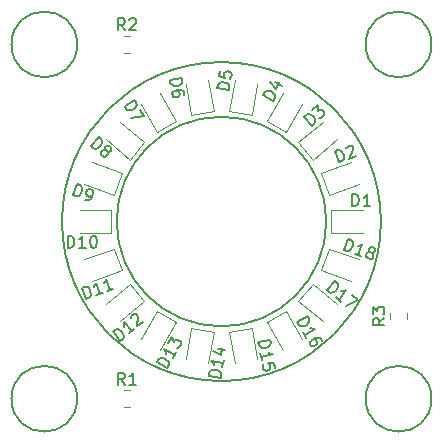
<source format=gbr>
G04 #@! TF.GenerationSoftware,KiCad,Pcbnew,5.1.9-73d0e3b20d~88~ubuntu20.10.1*
G04 #@! TF.CreationDate,2021-09-15T14:45:45-07:00*
G04 #@! TF.ProjectId,led_ring,6c65645f-7269-46e6-972e-6b696361645f,rev?*
G04 #@! TF.SameCoordinates,Original*
G04 #@! TF.FileFunction,Legend,Top*
G04 #@! TF.FilePolarity,Positive*
%FSLAX46Y46*%
G04 Gerber Fmt 4.6, Leading zero omitted, Abs format (unit mm)*
G04 Created by KiCad (PCBNEW 5.1.9-73d0e3b20d~88~ubuntu20.10.1) date 2021-09-15 14:45:45*
%MOMM*%
%LPD*%
G01*
G04 APERTURE LIST*
%ADD10C,0.150000*%
%ADD11C,0.120000*%
G04 APERTURE END LIST*
D10*
X64300000Y-50800000D02*
G75*
G03*
X64300000Y-50800000I-13500000J0D01*
G01*
X59675000Y-50800000D02*
G75*
G03*
X59675000Y-50800000I-8875000J0D01*
G01*
X38581300Y-65800000D02*
G75*
G03*
X38581300Y-65800000I-2781300J0D01*
G01*
X68581300Y-65800000D02*
G75*
G03*
X68581300Y-65800000I-2781300J0D01*
G01*
X68581300Y-35800000D02*
G75*
G03*
X68581300Y-35800000I-2781300J0D01*
G01*
X38581300Y-35800000D02*
G75*
G03*
X38581300Y-35800000I-2781300J0D01*
G01*
D11*
X62800000Y-49840000D02*
X60115000Y-49840000D01*
X60115000Y-49840000D02*
X60115000Y-51760000D01*
X60115000Y-51760000D02*
X62800000Y-51760000D01*
X59881557Y-48516209D02*
X62404632Y-47597885D01*
X59224879Y-46711999D02*
X59881557Y-48516209D01*
X61747953Y-45793675D02*
X59224879Y-46711999D01*
X59375468Y-42351110D02*
X57318639Y-44076994D01*
X57318639Y-44076994D02*
X58552791Y-45547800D01*
X58552791Y-45547800D02*
X60609621Y-43821915D01*
X56288884Y-43212953D02*
X57631384Y-40887675D01*
X54626116Y-42252953D02*
X56288884Y-43212953D01*
X55968616Y-39927675D02*
X54626116Y-42252953D01*
X51938333Y-38815590D02*
X51472087Y-41459799D01*
X51472087Y-41459799D02*
X53362918Y-41793203D01*
X53362918Y-41793203D02*
X53829164Y-39148994D01*
X50127913Y-41459799D02*
X49661667Y-38815590D01*
X48237082Y-41793203D02*
X50127913Y-41459799D01*
X47770836Y-39148994D02*
X48237082Y-41793203D01*
X43968616Y-40887675D02*
X45311116Y-43212953D01*
X45311116Y-43212953D02*
X46973884Y-42252953D01*
X46973884Y-42252953D02*
X45631384Y-39927675D01*
X44281361Y-44076994D02*
X42224532Y-42351110D01*
X43047209Y-45547800D02*
X44281361Y-44076994D01*
X40990379Y-43821915D02*
X43047209Y-45547800D01*
X39195368Y-47597885D02*
X41718443Y-48516209D01*
X41718443Y-48516209D02*
X42375121Y-46711999D01*
X42375121Y-46711999D02*
X39852047Y-45793675D01*
X41485000Y-49840000D02*
X38800000Y-49840000D01*
X41485000Y-51760000D02*
X41485000Y-49840000D01*
X38800000Y-51760000D02*
X41485000Y-51760000D01*
X39852047Y-55806325D02*
X42375121Y-54888001D01*
X42375121Y-54888001D02*
X41718443Y-53083791D01*
X41718443Y-53083791D02*
X39195368Y-54002115D01*
X43047209Y-56052200D02*
X40990379Y-57778085D01*
X44281361Y-57523006D02*
X43047209Y-56052200D01*
X42224532Y-59248890D02*
X44281361Y-57523006D01*
X45631384Y-61672325D02*
X46973884Y-59347047D01*
X46973884Y-59347047D02*
X45311116Y-58387047D01*
X45311116Y-58387047D02*
X43968616Y-60712325D01*
X48237082Y-59806797D02*
X47770836Y-62451006D01*
X50127913Y-60140201D02*
X48237082Y-59806797D01*
X49661667Y-62784410D02*
X50127913Y-60140201D01*
X53829164Y-62451006D02*
X53362918Y-59806797D01*
X53362918Y-59806797D02*
X51472087Y-60140201D01*
X51472087Y-60140201D02*
X51938333Y-62784410D01*
X54626116Y-59347047D02*
X55968616Y-61672325D01*
X56288884Y-58387047D02*
X54626116Y-59347047D01*
X57631384Y-60712325D02*
X56288884Y-58387047D01*
X60609621Y-57778085D02*
X58552791Y-56052200D01*
X58552791Y-56052200D02*
X57318639Y-57523006D01*
X57318639Y-57523006D02*
X59375468Y-59248890D01*
X59224879Y-54888001D02*
X61747953Y-55806325D01*
X59881557Y-53083791D02*
X59224879Y-54888001D01*
X62404632Y-54002115D02*
X59881557Y-53083791D01*
X42572936Y-65065000D02*
X43027064Y-65065000D01*
X42572936Y-66535000D02*
X43027064Y-66535000D01*
X42572936Y-36535000D02*
X43027064Y-36535000D01*
X42572936Y-35065000D02*
X43027064Y-35065000D01*
X65065000Y-59027064D02*
X65065000Y-58572936D01*
X66535000Y-59027064D02*
X66535000Y-58572936D01*
D10*
X61875579Y-49486814D02*
X61875579Y-48486814D01*
X62113675Y-48486814D01*
X62256532Y-48534434D01*
X62351770Y-48629672D01*
X62399389Y-48724910D01*
X62447008Y-48915386D01*
X62447008Y-49058243D01*
X62399389Y-49248719D01*
X62351770Y-49343957D01*
X62256532Y-49439195D01*
X62113675Y-49486814D01*
X61875579Y-49486814D01*
X63399389Y-49486814D02*
X62827960Y-49486814D01*
X63113675Y-49486814D02*
X63113675Y-48486814D01*
X63018436Y-48629672D01*
X62923198Y-48724910D01*
X62827960Y-48772529D01*
X60758486Y-45777959D02*
X60416466Y-44838266D01*
X60640202Y-44756833D01*
X60790731Y-44752720D01*
X60912799Y-44809641D01*
X60990119Y-44882849D01*
X61100013Y-45045552D01*
X61148873Y-45179793D01*
X61169273Y-45375069D01*
X61157099Y-45480850D01*
X61100178Y-45602918D01*
X60982223Y-45696526D01*
X60758486Y-45777959D01*
X61343985Y-44602027D02*
X61372445Y-44540993D01*
X61445653Y-44463673D01*
X61669390Y-44382240D01*
X61775171Y-44394413D01*
X61836205Y-44422874D01*
X61913525Y-44496082D01*
X61946099Y-44585576D01*
X61950211Y-44736105D01*
X61608684Y-45468512D01*
X62190399Y-45256785D01*
X58440299Y-42674759D02*
X57797511Y-41908714D01*
X57979903Y-41755670D01*
X58119946Y-41700321D01*
X58254121Y-41712060D01*
X58351817Y-41754408D01*
X58510731Y-41869712D01*
X58602558Y-41979147D01*
X58688515Y-42155669D01*
X58713255Y-42259235D01*
X58701516Y-42393409D01*
X58622690Y-42521714D01*
X58440299Y-42674759D01*
X58490599Y-41327145D02*
X58964817Y-40929229D01*
X58954340Y-41435318D01*
X59063775Y-41343491D01*
X59167341Y-41318751D01*
X59234428Y-41324621D01*
X59332124Y-41366968D01*
X59485169Y-41549360D01*
X59509908Y-41652925D01*
X59504039Y-41720013D01*
X59461691Y-41817709D01*
X59242821Y-42001362D01*
X59139256Y-42026102D01*
X59072169Y-42020233D01*
X55200538Y-40551652D02*
X54334513Y-40051652D01*
X54453560Y-39845456D01*
X54566228Y-39745547D01*
X54696326Y-39710688D01*
X54802614Y-39717067D01*
X54991381Y-39771066D01*
X55115099Y-39842495D01*
X55256247Y-39978972D01*
X55314916Y-40067831D01*
X55349775Y-40197928D01*
X55319586Y-40345456D01*
X55200538Y-40551652D01*
X55337474Y-38981140D02*
X55914824Y-39314473D01*
X54888512Y-38996860D02*
X55388054Y-39560199D01*
X55697577Y-39024088D01*
X51429990Y-39664636D02*
X50445182Y-39490987D01*
X50486527Y-39256509D01*
X50558229Y-39124091D01*
X50668559Y-39046838D01*
X50770619Y-39016480D01*
X50966470Y-39002661D01*
X51107157Y-39027468D01*
X51286470Y-39107439D01*
X51371993Y-39170873D01*
X51449246Y-39281202D01*
X51471335Y-39430158D01*
X51429990Y-39664636D01*
X50701520Y-38037224D02*
X50618830Y-38506180D01*
X51079517Y-38635765D01*
X51040891Y-38580600D01*
X51010533Y-38478540D01*
X51051878Y-38244062D01*
X51115311Y-38158540D01*
X51170476Y-38119913D01*
X51272536Y-38089555D01*
X51507014Y-38130900D01*
X51592536Y-38194334D01*
X51631163Y-38249498D01*
X51661521Y-38351559D01*
X51620176Y-38586037D01*
X51556742Y-38671559D01*
X51501578Y-38710185D01*
X46436185Y-38824046D02*
X47420993Y-38650398D01*
X47462338Y-38884876D01*
X47440249Y-39033831D01*
X47362996Y-39144160D01*
X47277474Y-39207594D01*
X47098160Y-39287565D01*
X46957473Y-39312372D01*
X46761622Y-39298553D01*
X46659562Y-39268195D01*
X46549233Y-39190942D01*
X46477530Y-39058524D01*
X46436185Y-38824046D01*
X47669062Y-40057266D02*
X47635986Y-39869683D01*
X47572553Y-39784161D01*
X47517388Y-39745534D01*
X47360163Y-39676550D01*
X47164312Y-39662730D01*
X46789147Y-39728882D01*
X46703625Y-39792316D01*
X46664998Y-39847480D01*
X46634640Y-39949540D01*
X46667716Y-40137123D01*
X46731150Y-40222645D01*
X46786314Y-40261272D01*
X46888375Y-40291629D01*
X47122853Y-40250285D01*
X47208375Y-40186851D01*
X47247001Y-40131686D01*
X47277359Y-40029626D01*
X47244283Y-39842044D01*
X47180850Y-39756522D01*
X47125685Y-39717895D01*
X47023625Y-39687537D01*
X42603315Y-41038800D02*
X43469341Y-40538800D01*
X43588389Y-40744996D01*
X43618578Y-40892524D01*
X43583718Y-41022621D01*
X43525049Y-41111480D01*
X43383901Y-41247957D01*
X43260184Y-41319386D01*
X43071417Y-41373384D01*
X42965129Y-41379764D01*
X42835031Y-41344905D01*
X42722363Y-41244996D01*
X42603315Y-41038800D01*
X43921722Y-41322347D02*
X44255055Y-41899697D01*
X43174744Y-42028543D01*
X39759105Y-44430886D02*
X40401892Y-43664841D01*
X40584284Y-43817886D01*
X40663110Y-43946191D01*
X40674849Y-44080366D01*
X40650109Y-44183931D01*
X40564152Y-44360453D01*
X40472325Y-44469888D01*
X40313411Y-44585193D01*
X40215715Y-44627540D01*
X40081540Y-44639279D01*
X39941496Y-44583931D01*
X39759105Y-44430886D01*
X41001891Y-44727761D02*
X40959544Y-44630064D01*
X40953674Y-44562977D01*
X40978414Y-44459412D01*
X41009023Y-44422933D01*
X41106719Y-44380586D01*
X41173806Y-44374716D01*
X41277372Y-44399456D01*
X41423285Y-44521892D01*
X41465633Y-44619588D01*
X41471502Y-44686675D01*
X41446763Y-44790241D01*
X41416154Y-44826719D01*
X41318457Y-44869067D01*
X41251370Y-44874936D01*
X41147805Y-44850196D01*
X41001891Y-44727761D01*
X40898326Y-44703021D01*
X40831239Y-44708890D01*
X40733542Y-44751238D01*
X40611107Y-44897151D01*
X40586367Y-45000717D01*
X40592237Y-45067804D01*
X40634584Y-45165500D01*
X40780497Y-45287936D01*
X40884063Y-45312676D01*
X40951150Y-45306806D01*
X41048846Y-45264459D01*
X41171282Y-45118545D01*
X41196022Y-45014980D01*
X41190152Y-44947893D01*
X41147805Y-44850196D01*
X38246628Y-48591249D02*
X38588649Y-47651556D01*
X38812385Y-47732990D01*
X38930340Y-47826597D01*
X38987261Y-47948665D01*
X38999435Y-48054446D01*
X38979036Y-48249722D01*
X38930176Y-48383964D01*
X38820282Y-48546666D01*
X38742961Y-48619874D01*
X38620893Y-48676795D01*
X38470365Y-48672682D01*
X38246628Y-48591249D01*
X39231068Y-48949556D02*
X39410057Y-49014703D01*
X39515839Y-49002529D01*
X39576873Y-48974068D01*
X39715227Y-48872400D01*
X39825121Y-48709697D01*
X39955414Y-48351719D01*
X39943241Y-48245938D01*
X39914780Y-48184904D01*
X39841572Y-48107583D01*
X39662583Y-48042437D01*
X39556802Y-48054611D01*
X39495768Y-48083071D01*
X39418447Y-48156279D01*
X39337014Y-48380015D01*
X39349188Y-48485797D01*
X39377648Y-48546831D01*
X39450856Y-48624151D01*
X39629845Y-48689298D01*
X39735627Y-48677124D01*
X39796660Y-48648663D01*
X39873981Y-48575455D01*
X37772038Y-53017945D02*
X37772038Y-52017945D01*
X38010133Y-52017945D01*
X38152990Y-52065565D01*
X38248228Y-52160803D01*
X38295847Y-52256041D01*
X38343466Y-52446517D01*
X38343466Y-52589374D01*
X38295847Y-52779850D01*
X38248228Y-52875088D01*
X38152990Y-52970326D01*
X38010133Y-53017945D01*
X37772038Y-53017945D01*
X39295847Y-53017945D02*
X38724419Y-53017945D01*
X39010133Y-53017945D02*
X39010133Y-52017945D01*
X38914895Y-52160803D01*
X38819657Y-52256041D01*
X38724419Y-52303660D01*
X39914895Y-52017945D02*
X40010133Y-52017945D01*
X40105371Y-52065565D01*
X40152990Y-52113184D01*
X40200609Y-52208422D01*
X40248228Y-52398898D01*
X40248228Y-52636993D01*
X40200609Y-52827469D01*
X40152990Y-52922707D01*
X40105371Y-52970326D01*
X40010133Y-53017945D01*
X39914895Y-53017945D01*
X39819657Y-52970326D01*
X39772038Y-52922707D01*
X39724419Y-52827469D01*
X39676800Y-52636993D01*
X39676800Y-52398898D01*
X39724419Y-52208422D01*
X39772038Y-52113184D01*
X39819657Y-52065565D01*
X39914895Y-52017945D01*
X39316322Y-57339992D02*
X38974301Y-56400299D01*
X39198038Y-56318866D01*
X39348566Y-56314753D01*
X39470634Y-56371674D01*
X39547955Y-56444882D01*
X39657849Y-56607584D01*
X39706709Y-56741826D01*
X39727108Y-56937102D01*
X39714934Y-57042883D01*
X39658013Y-57164951D01*
X39540058Y-57258558D01*
X39316322Y-57339992D01*
X40748234Y-56818818D02*
X40211267Y-57014258D01*
X40479751Y-56916538D02*
X40137730Y-55976846D01*
X40097096Y-56143661D01*
X40040175Y-56265729D01*
X39966967Y-56343049D01*
X41643179Y-56493085D02*
X41106212Y-56688525D01*
X41374696Y-56590805D02*
X41032676Y-55651112D01*
X40992041Y-55817927D01*
X40935120Y-55939995D01*
X40861912Y-56017316D01*
X42245660Y-60873294D02*
X41602872Y-60107250D01*
X41785263Y-59954205D01*
X41925307Y-59898857D01*
X42059482Y-59910595D01*
X42157178Y-59952943D01*
X42316092Y-60068247D01*
X42407919Y-60177682D01*
X42493876Y-60354204D01*
X42518616Y-60457770D01*
X42506877Y-60591944D01*
X42428051Y-60720250D01*
X42245660Y-60873294D01*
X43412965Y-59893808D02*
X42975226Y-60261116D01*
X43194096Y-60077462D02*
X42551308Y-59311418D01*
X42570178Y-59482070D01*
X42558439Y-59616245D01*
X42516092Y-59713941D01*
X43123222Y-58955849D02*
X43129091Y-58888762D01*
X43171439Y-58791066D01*
X43353831Y-58638021D01*
X43457396Y-58613281D01*
X43524483Y-58619151D01*
X43622180Y-58661498D01*
X43683397Y-58734455D01*
X43738746Y-58874499D01*
X43668314Y-59679546D01*
X44142532Y-59281630D01*
X46206817Y-63191539D02*
X45340792Y-62691539D01*
X45459839Y-62485343D01*
X45572507Y-62385434D01*
X45702605Y-62350575D01*
X45808893Y-62356955D01*
X45997660Y-62410953D01*
X46121378Y-62482382D01*
X46262525Y-62618859D01*
X46321194Y-62707718D01*
X46356054Y-62837815D01*
X46325865Y-62985343D01*
X46206817Y-63191539D01*
X46968722Y-61871881D02*
X46683008Y-62366753D01*
X46825865Y-62119317D02*
X45959839Y-61619317D01*
X46035938Y-61773225D01*
X46070798Y-61903322D01*
X46064418Y-62009610D01*
X46269363Y-61083206D02*
X46578887Y-60547095D01*
X46742135Y-61026247D01*
X46813563Y-60902529D01*
X46902422Y-60843860D01*
X46967470Y-60826430D01*
X47073759Y-60832810D01*
X47279955Y-60951857D01*
X47338624Y-61040716D01*
X47356054Y-61105764D01*
X47349674Y-61212053D01*
X47206817Y-61459488D01*
X47117959Y-61518158D01*
X47052910Y-61535587D01*
X50721998Y-64015194D02*
X49737191Y-63841545D01*
X49778535Y-63607067D01*
X49850238Y-63474650D01*
X49960567Y-63397396D01*
X50062627Y-63367039D01*
X50258479Y-63353219D01*
X50399165Y-63378026D01*
X50578479Y-63457997D01*
X50664001Y-63521431D01*
X50741254Y-63631760D01*
X50763343Y-63780716D01*
X50721998Y-64015194D01*
X50986605Y-62514534D02*
X50887377Y-63077281D01*
X50936991Y-62795908D02*
X49952183Y-62622260D01*
X50076332Y-62740858D01*
X50153586Y-62851187D01*
X50183943Y-62953247D01*
X50478908Y-61554648D02*
X51135446Y-61670413D01*
X50062398Y-61722974D02*
X50724487Y-62081487D01*
X50831984Y-61471844D01*
X53933770Y-61010344D02*
X54918577Y-60836695D01*
X54959922Y-61071174D01*
X54937834Y-61220129D01*
X54860580Y-61330458D01*
X54775058Y-61393892D01*
X54595745Y-61473863D01*
X54455058Y-61498670D01*
X54259206Y-61484851D01*
X54157146Y-61454493D01*
X54046817Y-61377240D01*
X53975115Y-61244822D01*
X53933770Y-61010344D01*
X54198376Y-62511003D02*
X54099149Y-61948256D01*
X54148763Y-62229629D02*
X55133570Y-62055981D01*
X54976346Y-61986997D01*
X54866017Y-61909744D01*
X54802583Y-61824221D01*
X55340294Y-63228371D02*
X55257605Y-62759415D01*
X54780380Y-62795209D01*
X54835544Y-62833836D01*
X54898978Y-62919358D01*
X54940323Y-63153836D01*
X54909965Y-63255896D01*
X54871338Y-63311061D01*
X54785816Y-63374495D01*
X54551338Y-63415839D01*
X54449278Y-63385482D01*
X54394113Y-63346855D01*
X54330680Y-63261333D01*
X54289335Y-63026855D01*
X54319693Y-62924795D01*
X54358319Y-62869630D01*
X57236945Y-59322769D02*
X58102971Y-58822769D01*
X58222018Y-59028965D01*
X58252208Y-59176493D01*
X58217348Y-59306590D01*
X58158679Y-59395449D01*
X58017531Y-59531926D01*
X57893813Y-59603355D01*
X57705047Y-59657353D01*
X57598758Y-59663733D01*
X57468661Y-59628874D01*
X57355993Y-59528965D01*
X57236945Y-59322769D01*
X57998850Y-60642426D02*
X57713136Y-60147555D01*
X57855993Y-60394991D02*
X58722018Y-59894991D01*
X58550681Y-59883941D01*
X58420584Y-59849081D01*
X58331725Y-59790412D01*
X59293447Y-60884734D02*
X59198209Y-60719777D01*
X59109350Y-60661108D01*
X59044302Y-60643678D01*
X58872965Y-60632628D01*
X58684198Y-60686627D01*
X58354283Y-60877103D01*
X58295614Y-60965961D01*
X58278185Y-61031010D01*
X58284564Y-61137298D01*
X58379802Y-61302255D01*
X58468661Y-61360924D01*
X58533710Y-61378354D01*
X58639998Y-61371974D01*
X58846194Y-61252927D01*
X58904863Y-61164068D01*
X58922293Y-61099020D01*
X58915913Y-60992732D01*
X58820675Y-60827774D01*
X58731817Y-60769105D01*
X58666768Y-60751675D01*
X58560480Y-60758055D01*
X59763714Y-56607235D02*
X60406501Y-55841190D01*
X60588893Y-55994235D01*
X60667719Y-56122540D01*
X60679458Y-56256714D01*
X60654718Y-56360280D01*
X60568761Y-56536802D01*
X60476934Y-56646237D01*
X60318020Y-56761541D01*
X60220324Y-56803889D01*
X60086149Y-56815628D01*
X59946105Y-56760279D01*
X59763714Y-56607235D01*
X60931020Y-57586720D02*
X60493280Y-57219413D01*
X60712150Y-57403067D02*
X61354937Y-56637022D01*
X61190154Y-56685239D01*
X61055979Y-56696978D01*
X60952414Y-56672239D01*
X61829155Y-57034939D02*
X62339852Y-57463464D01*
X61368759Y-57954028D01*
X61209286Y-53191194D02*
X61551306Y-52251502D01*
X61775042Y-52332935D01*
X61892997Y-52426542D01*
X61949919Y-52548610D01*
X61962092Y-52654391D01*
X61941693Y-52849667D01*
X61892833Y-52983909D01*
X61782939Y-53146611D01*
X61705618Y-53219819D01*
X61583551Y-53276740D01*
X61433022Y-53272628D01*
X61209286Y-53191194D01*
X62641198Y-53712368D02*
X62104231Y-53516928D01*
X62372715Y-53614648D02*
X62714735Y-52674955D01*
X62576380Y-52776624D01*
X62454312Y-52833545D01*
X62348531Y-52845719D01*
X63373606Y-53370841D02*
X63300398Y-53293520D01*
X63271937Y-53232486D01*
X63259763Y-53126705D01*
X63276050Y-53081958D01*
X63353371Y-53008750D01*
X63414404Y-52980289D01*
X63520186Y-52968115D01*
X63699175Y-53033262D01*
X63772383Y-53110583D01*
X63800843Y-53171617D01*
X63813017Y-53277398D01*
X63796730Y-53322145D01*
X63719410Y-53395353D01*
X63658376Y-53423814D01*
X63552595Y-53435987D01*
X63373606Y-53370841D01*
X63267824Y-53383015D01*
X63206790Y-53411475D01*
X63129470Y-53484683D01*
X63064323Y-53663672D01*
X63076497Y-53769453D01*
X63104958Y-53830487D01*
X63178166Y-53907808D01*
X63357155Y-53972955D01*
X63462936Y-53960781D01*
X63523970Y-53932320D01*
X63601290Y-53859112D01*
X63666437Y-53680123D01*
X63654263Y-53574342D01*
X63625803Y-53513308D01*
X63552595Y-53435987D01*
X42633333Y-64602380D02*
X42300000Y-64126190D01*
X42061904Y-64602380D02*
X42061904Y-63602380D01*
X42442857Y-63602380D01*
X42538095Y-63650000D01*
X42585714Y-63697619D01*
X42633333Y-63792857D01*
X42633333Y-63935714D01*
X42585714Y-64030952D01*
X42538095Y-64078571D01*
X42442857Y-64126190D01*
X42061904Y-64126190D01*
X43585714Y-64602380D02*
X43014285Y-64602380D01*
X43300000Y-64602380D02*
X43300000Y-63602380D01*
X43204761Y-63745238D01*
X43109523Y-63840476D01*
X43014285Y-63888095D01*
X42633333Y-34602380D02*
X42300000Y-34126190D01*
X42061904Y-34602380D02*
X42061904Y-33602380D01*
X42442857Y-33602380D01*
X42538095Y-33650000D01*
X42585714Y-33697619D01*
X42633333Y-33792857D01*
X42633333Y-33935714D01*
X42585714Y-34030952D01*
X42538095Y-34078571D01*
X42442857Y-34126190D01*
X42061904Y-34126190D01*
X43014285Y-33697619D02*
X43061904Y-33650000D01*
X43157142Y-33602380D01*
X43395238Y-33602380D01*
X43490476Y-33650000D01*
X43538095Y-33697619D01*
X43585714Y-33792857D01*
X43585714Y-33888095D01*
X43538095Y-34030952D01*
X42966666Y-34602380D01*
X43585714Y-34602380D01*
X64602380Y-58966666D02*
X64126190Y-59300000D01*
X64602380Y-59538095D02*
X63602380Y-59538095D01*
X63602380Y-59157142D01*
X63650000Y-59061904D01*
X63697619Y-59014285D01*
X63792857Y-58966666D01*
X63935714Y-58966666D01*
X64030952Y-59014285D01*
X64078571Y-59061904D01*
X64126190Y-59157142D01*
X64126190Y-59538095D01*
X63602380Y-58633333D02*
X63602380Y-58014285D01*
X63983333Y-58347619D01*
X63983333Y-58204761D01*
X64030952Y-58109523D01*
X64078571Y-58061904D01*
X64173809Y-58014285D01*
X64411904Y-58014285D01*
X64507142Y-58061904D01*
X64554761Y-58109523D01*
X64602380Y-58204761D01*
X64602380Y-58490476D01*
X64554761Y-58585714D01*
X64507142Y-58633333D01*
M02*

</source>
